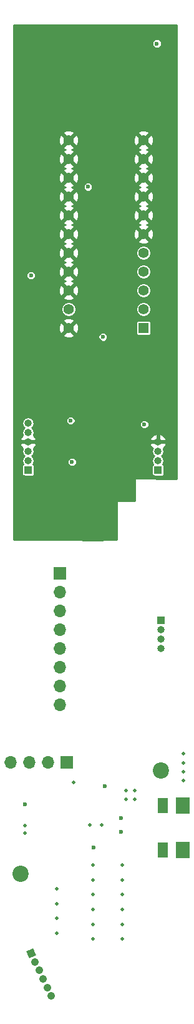
<source format=gbr>
G04 #@! TF.FileFunction,Copper,L3,Inr,Plane*
%FSLAX46Y46*%
G04 Gerber Fmt 4.6, Leading zero omitted, Abs format (unit mm)*
G04 Created by KiCad (PCBNEW 4.0.6-e0-6349~53~ubuntu16.04.1) date Thu Nov 23 18:30:10 2017*
%MOMM*%
%LPD*%
G01*
G04 APERTURE LIST*
%ADD10C,0.100000*%
%ADD11R,1.397000X1.397000*%
%ADD12C,1.397000*%
%ADD13C,0.500000*%
%ADD14C,1.000000*%
%ADD15C,2.000000*%
%ADD16R,1.700000X1.700000*%
%ADD17O,1.700000X1.700000*%
%ADD18R,1.000000X1.000000*%
%ADD19O,1.000000X1.000000*%
%ADD20C,2.200000*%
%ADD21R,1.450000X2.000000*%
%ADD22R,1.900000X2.300000*%
%ADD23C,0.600000*%
%ADD24C,0.254000*%
G04 APERTURE END LIST*
D10*
D11*
X123410000Y-59990000D03*
D12*
X123410000Y-57450000D03*
X123410000Y-54910000D03*
X123410000Y-52370000D03*
X123410000Y-49830000D03*
X123410000Y-47290000D03*
X123410000Y-44750000D03*
X123410000Y-42210000D03*
X123410000Y-39670000D03*
X123410000Y-37130000D03*
X123410000Y-34590000D03*
X113250000Y-34590000D03*
X113250000Y-37130000D03*
X113250000Y-39670000D03*
X113250000Y-42210000D03*
X113250000Y-44750000D03*
X113250000Y-47290000D03*
X113250000Y-49830000D03*
X113250000Y-52370000D03*
X113250000Y-54910000D03*
X113250000Y-57450000D03*
X113250000Y-59990000D03*
D13*
X117740000Y-127220000D03*
X128840000Y-121200000D03*
X128840000Y-120000000D03*
X128840000Y-118800000D03*
X128840000Y-117600000D03*
X113970000Y-121460000D03*
X122270000Y-123750000D03*
X121070000Y-123750000D03*
X122270000Y-122550000D03*
X121070000Y-122550000D03*
X111630000Y-141850000D03*
X111630000Y-139850000D03*
X111630000Y-137850000D03*
X111630000Y-135850000D03*
X120550000Y-142650000D03*
X116550000Y-142650000D03*
X120550000Y-140650000D03*
X116550000Y-140650000D03*
X120550000Y-138650000D03*
X116550000Y-138650000D03*
X120550000Y-136650000D03*
X116550000Y-136650000D03*
X120550000Y-134650000D03*
X116550000Y-134650000D03*
X120550000Y-132650000D03*
X116550000Y-132650000D03*
X107350000Y-128280000D03*
X107350000Y-127280000D03*
X126590000Y-73530000D03*
X126590000Y-72030000D03*
X126590000Y-70530000D03*
X126590000Y-69030000D03*
X126590000Y-67530000D03*
X126590000Y-66030000D03*
X126590000Y-64530000D03*
X126590000Y-63030000D03*
X119440000Y-61010000D03*
X119440000Y-59010000D03*
X119440000Y-57010000D03*
X119440000Y-55010000D03*
X119670000Y-65920000D03*
X118670000Y-65920000D03*
X117670000Y-65920000D03*
X120230000Y-76980000D03*
X119080000Y-76980000D03*
X117930000Y-76980000D03*
X116780000Y-76980000D03*
X120230000Y-75830000D03*
X119080000Y-75830000D03*
X117930000Y-75830000D03*
X116780000Y-75830000D03*
X120230000Y-74680000D03*
X119080000Y-74680000D03*
X117930000Y-74680000D03*
X116780000Y-74680000D03*
X120230000Y-73530000D03*
X119080000Y-73530000D03*
X117930000Y-73530000D03*
D10*
G36*
X107935476Y-145255303D02*
X107509697Y-144350476D01*
X108414524Y-143924697D01*
X108840303Y-144829524D01*
X107935476Y-145255303D01*
X107935476Y-145255303D01*
G37*
D14*
X108715740Y-145739130D02*
X108715740Y-145739130D01*
X109256479Y-146888261D02*
X109256479Y-146888261D01*
X109797219Y-148037391D02*
X109797219Y-148037391D01*
X110337959Y-149186521D02*
X110337959Y-149186521D01*
X110878699Y-150335652D02*
X110878699Y-150335652D01*
D13*
X127350000Y-79790000D03*
X123740000Y-79850000D03*
X121690000Y-82700000D03*
X121690000Y-81700000D03*
X121690000Y-80700000D03*
X116975000Y-83950000D03*
X115775000Y-83950000D03*
X114575000Y-83950000D03*
X113375000Y-83950000D03*
X112175000Y-83950000D03*
X110975000Y-83950000D03*
X109775000Y-83950000D03*
X108575000Y-83950000D03*
X118175000Y-87950000D03*
X117175000Y-87950000D03*
X116175000Y-87950000D03*
D15*
X118343743Y-69335858D03*
D13*
X115175000Y-87950000D03*
X114175000Y-87950000D03*
X113175000Y-87950000D03*
X112175000Y-87950000D03*
X111175000Y-87950000D03*
X110175000Y-87950000D03*
X109175000Y-87950000D03*
X108175000Y-87950000D03*
X107175000Y-87950000D03*
X106175000Y-87950000D03*
X106175000Y-86950000D03*
X106175000Y-85950000D03*
X106175000Y-84950000D03*
D16*
X112110000Y-93150000D03*
D17*
X112110000Y-95690000D03*
X112110000Y-98230000D03*
X112110000Y-100770000D03*
X112110000Y-103310000D03*
X112110000Y-105850000D03*
X112110000Y-108390000D03*
X112110000Y-110930000D03*
D18*
X125810000Y-99560000D03*
D19*
X125810000Y-100830000D03*
X125810000Y-102100000D03*
X125810000Y-103370000D03*
D20*
X118343743Y-22043858D03*
X106711973Y-133843201D03*
X125807736Y-119834648D03*
D18*
X125375000Y-79200000D03*
D19*
X125375000Y-77930000D03*
X125375000Y-76660000D03*
X125375000Y-75390000D03*
D18*
X107750000Y-79200000D03*
D19*
X107750000Y-77930000D03*
X107750000Y-76660000D03*
X107750000Y-75390000D03*
X107750000Y-74120000D03*
X107750000Y-72850000D03*
D21*
X126050000Y-124565000D03*
X126050000Y-130565000D03*
D22*
X128750000Y-124565000D03*
X128750000Y-130565000D03*
D16*
X113040000Y-118710000D03*
D17*
X110500000Y-118710000D03*
X107960000Y-118710000D03*
X105420000Y-118710000D03*
D13*
X116780000Y-73530000D03*
X116110000Y-127200000D03*
D23*
X116530000Y-46320000D03*
X107303760Y-124396200D03*
X123520000Y-71530000D03*
X114960000Y-69830000D03*
X113520000Y-71020000D03*
X112010000Y-73820000D03*
X114770000Y-81890000D03*
X113170000Y-80590000D03*
X123520000Y-73030000D03*
X113520000Y-72520000D03*
X117900000Y-61190000D03*
X115880000Y-40890000D03*
X108140000Y-52870000D03*
X125230000Y-21510000D03*
X113710000Y-78110000D03*
X118200000Y-121930000D03*
X116640000Y-130240000D03*
X120340000Y-126300000D03*
X120360000Y-128140000D03*
D24*
G36*
X127916743Y-80371693D02*
X122325538Y-80348001D01*
X122276086Y-80357797D01*
X122234341Y-80386062D01*
X122206882Y-80428340D01*
X122198004Y-80476058D01*
X122221937Y-83348000D01*
X119900000Y-83348000D01*
X119850590Y-83358006D01*
X119808965Y-83386447D01*
X119781685Y-83428841D01*
X119773000Y-83475000D01*
X119773000Y-88573000D01*
X118100000Y-88573000D01*
X117936594Y-88605503D01*
X117872993Y-88648000D01*
X115177007Y-88648000D01*
X115113406Y-88605503D01*
X114950000Y-88573000D01*
X105770743Y-88573000D01*
X105770743Y-75691874D01*
X106655881Y-75691874D01*
X106762873Y-75950209D01*
X107027721Y-76256762D01*
X106969750Y-76343521D01*
X106906798Y-76660000D01*
X106969750Y-76976479D01*
X107149021Y-77244777D01*
X107224185Y-77295000D01*
X107149021Y-77345223D01*
X106969750Y-77613521D01*
X106906798Y-77930000D01*
X106969750Y-78246479D01*
X107084360Y-78418005D01*
X107017526Y-78461012D01*
X106942862Y-78570286D01*
X106916594Y-78700000D01*
X106916594Y-79700000D01*
X106939395Y-79821179D01*
X107011012Y-79932474D01*
X107120286Y-80007138D01*
X107250000Y-80033406D01*
X108250000Y-80033406D01*
X108371179Y-80010605D01*
X108482474Y-79938988D01*
X108557138Y-79829714D01*
X108583406Y-79700000D01*
X108583406Y-78700000D01*
X108560605Y-78578821D01*
X108488988Y-78467526D01*
X108415913Y-78417596D01*
X108530250Y-78246479D01*
X108532698Y-78234171D01*
X113082891Y-78234171D01*
X113178145Y-78464703D01*
X113354369Y-78641235D01*
X113584735Y-78736891D01*
X113834171Y-78737109D01*
X114064703Y-78641855D01*
X114241235Y-78465631D01*
X114336891Y-78235265D01*
X114337109Y-77985829D01*
X114241855Y-77755297D01*
X114065631Y-77578765D01*
X113835265Y-77483109D01*
X113585829Y-77482891D01*
X113355297Y-77578145D01*
X113178765Y-77754369D01*
X113083109Y-77984735D01*
X113082891Y-78234171D01*
X108532698Y-78234171D01*
X108593202Y-77930000D01*
X108530250Y-77613521D01*
X108350979Y-77345223D01*
X108275815Y-77295000D01*
X108350979Y-77244777D01*
X108530250Y-76976479D01*
X108593202Y-76660000D01*
X108530250Y-76343521D01*
X108472279Y-76256762D01*
X108737127Y-75950209D01*
X108844119Y-75691874D01*
X124280881Y-75691874D01*
X124387873Y-75950209D01*
X124652721Y-76256762D01*
X124594750Y-76343521D01*
X124531798Y-76660000D01*
X124594750Y-76976479D01*
X124774021Y-77244777D01*
X124849185Y-77295000D01*
X124774021Y-77345223D01*
X124594750Y-77613521D01*
X124531798Y-77930000D01*
X124594750Y-78246479D01*
X124709360Y-78418005D01*
X124642526Y-78461012D01*
X124567862Y-78570286D01*
X124541594Y-78700000D01*
X124541594Y-79700000D01*
X124564395Y-79821179D01*
X124636012Y-79932474D01*
X124745286Y-80007138D01*
X124875000Y-80033406D01*
X125875000Y-80033406D01*
X125996179Y-80010605D01*
X126107474Y-79938988D01*
X126182138Y-79829714D01*
X126208406Y-79700000D01*
X126208406Y-78700000D01*
X126185605Y-78578821D01*
X126113988Y-78467526D01*
X126040913Y-78417596D01*
X126155250Y-78246479D01*
X126218202Y-77930000D01*
X126155250Y-77613521D01*
X125975979Y-77345223D01*
X125900815Y-77295000D01*
X125975979Y-77244777D01*
X126155250Y-76976479D01*
X126218202Y-76660000D01*
X126155250Y-76343521D01*
X126097279Y-76256762D01*
X126362127Y-75950209D01*
X126469119Y-75691874D01*
X126342954Y-75517000D01*
X125502000Y-75517000D01*
X125502000Y-75537000D01*
X125248000Y-75537000D01*
X125248000Y-75517000D01*
X124407046Y-75517000D01*
X124280881Y-75691874D01*
X108844119Y-75691874D01*
X108717954Y-75517000D01*
X107877000Y-75517000D01*
X107877000Y-75537000D01*
X107623000Y-75537000D01*
X107623000Y-75517000D01*
X106782046Y-75517000D01*
X106655881Y-75691874D01*
X105770743Y-75691874D01*
X105770743Y-75088126D01*
X106655881Y-75088126D01*
X106782046Y-75263000D01*
X107623000Y-75263000D01*
X107623000Y-75243000D01*
X107877000Y-75243000D01*
X107877000Y-75263000D01*
X108717954Y-75263000D01*
X108844119Y-75088126D01*
X124280881Y-75088126D01*
X124407046Y-75263000D01*
X125248000Y-75263000D01*
X125248000Y-74420865D01*
X125502000Y-74420865D01*
X125502000Y-75263000D01*
X126342954Y-75263000D01*
X126469119Y-75088126D01*
X126362127Y-74829791D01*
X126072604Y-74494677D01*
X125676877Y-74295868D01*
X125502000Y-74420865D01*
X125248000Y-74420865D01*
X125073123Y-74295868D01*
X124677396Y-74494677D01*
X124387873Y-74829791D01*
X124280881Y-75088126D01*
X108844119Y-75088126D01*
X108737127Y-74829791D01*
X108472279Y-74523238D01*
X108530250Y-74436479D01*
X108593202Y-74120000D01*
X108530250Y-73803521D01*
X108350979Y-73535223D01*
X108275815Y-73485000D01*
X108350979Y-73434777D01*
X108530250Y-73166479D01*
X108532698Y-73154171D01*
X122892891Y-73154171D01*
X122988145Y-73384703D01*
X123164369Y-73561235D01*
X123394735Y-73656891D01*
X123644171Y-73657109D01*
X123874703Y-73561855D01*
X124051235Y-73385631D01*
X124146891Y-73155265D01*
X124147109Y-72905829D01*
X124051855Y-72675297D01*
X123875631Y-72498765D01*
X123645265Y-72403109D01*
X123395829Y-72402891D01*
X123165297Y-72498145D01*
X122988765Y-72674369D01*
X122893109Y-72904735D01*
X122892891Y-73154171D01*
X108532698Y-73154171D01*
X108593202Y-72850000D01*
X108552260Y-72644171D01*
X112892891Y-72644171D01*
X112988145Y-72874703D01*
X113164369Y-73051235D01*
X113394735Y-73146891D01*
X113644171Y-73147109D01*
X113874703Y-73051855D01*
X114051235Y-72875631D01*
X114146891Y-72645265D01*
X114147109Y-72395829D01*
X114051855Y-72165297D01*
X113875631Y-71988765D01*
X113645265Y-71893109D01*
X113395829Y-71892891D01*
X113165297Y-71988145D01*
X112988765Y-72164369D01*
X112893109Y-72394735D01*
X112892891Y-72644171D01*
X108552260Y-72644171D01*
X108530250Y-72533521D01*
X108350979Y-72265223D01*
X108082681Y-72085952D01*
X107766202Y-72023000D01*
X107733798Y-72023000D01*
X107417319Y-72085952D01*
X107149021Y-72265223D01*
X106969750Y-72533521D01*
X106906798Y-72850000D01*
X106969750Y-73166479D01*
X107149021Y-73434777D01*
X107224185Y-73485000D01*
X107149021Y-73535223D01*
X106969750Y-73803521D01*
X106906798Y-74120000D01*
X106969750Y-74436479D01*
X107027721Y-74523238D01*
X106762873Y-74829791D01*
X106655881Y-75088126D01*
X105770743Y-75088126D01*
X105770743Y-60924188D01*
X112495417Y-60924188D01*
X112557071Y-61159800D01*
X113057480Y-61335927D01*
X113457930Y-61314171D01*
X117272891Y-61314171D01*
X117368145Y-61544703D01*
X117544369Y-61721235D01*
X117774735Y-61816891D01*
X118024171Y-61817109D01*
X118254703Y-61721855D01*
X118431235Y-61545631D01*
X118526891Y-61315265D01*
X118527109Y-61065829D01*
X118431855Y-60835297D01*
X118255631Y-60658765D01*
X118025265Y-60563109D01*
X117775829Y-60562891D01*
X117545297Y-60658145D01*
X117368765Y-60834369D01*
X117273109Y-61064735D01*
X117272891Y-61314171D01*
X113457930Y-61314171D01*
X113587199Y-61307148D01*
X113942929Y-61159800D01*
X114004583Y-60924188D01*
X113250000Y-60169605D01*
X112495417Y-60924188D01*
X105770743Y-60924188D01*
X105770743Y-59797480D01*
X111904073Y-59797480D01*
X111932852Y-60327199D01*
X112080200Y-60682929D01*
X112315812Y-60744583D01*
X113070395Y-59990000D01*
X113429605Y-59990000D01*
X114184188Y-60744583D01*
X114419800Y-60682929D01*
X114595927Y-60182520D01*
X114567148Y-59652801D01*
X114419800Y-59297071D01*
X114398511Y-59291500D01*
X122378094Y-59291500D01*
X122378094Y-60688500D01*
X122400895Y-60809679D01*
X122472512Y-60920974D01*
X122581786Y-60995638D01*
X122711500Y-61021906D01*
X124108500Y-61021906D01*
X124229679Y-60999105D01*
X124340974Y-60927488D01*
X124415638Y-60818214D01*
X124441906Y-60688500D01*
X124441906Y-59291500D01*
X124419105Y-59170321D01*
X124347488Y-59059026D01*
X124238214Y-58984362D01*
X124108500Y-58958094D01*
X122711500Y-58958094D01*
X122590321Y-58980895D01*
X122479026Y-59052512D01*
X122404362Y-59161786D01*
X122378094Y-59291500D01*
X114398511Y-59291500D01*
X114184188Y-59235417D01*
X113429605Y-59990000D01*
X113070395Y-59990000D01*
X112315812Y-59235417D01*
X112080200Y-59297071D01*
X111904073Y-59797480D01*
X105770743Y-59797480D01*
X105770743Y-59055812D01*
X112495417Y-59055812D01*
X113250000Y-59810395D01*
X114004583Y-59055812D01*
X113942929Y-58820200D01*
X113442520Y-58644073D01*
X112912801Y-58672852D01*
X112557071Y-58820200D01*
X112495417Y-59055812D01*
X105770743Y-59055812D01*
X105770743Y-57653090D01*
X112224322Y-57653090D01*
X112380116Y-58030140D01*
X112668342Y-58318870D01*
X113045120Y-58475322D01*
X113453090Y-58475678D01*
X113830140Y-58319884D01*
X114118870Y-58031658D01*
X114275322Y-57654880D01*
X114275323Y-57653090D01*
X122384322Y-57653090D01*
X122540116Y-58030140D01*
X122828342Y-58318870D01*
X123205120Y-58475322D01*
X123613090Y-58475678D01*
X123990140Y-58319884D01*
X124278870Y-58031658D01*
X124435322Y-57654880D01*
X124435678Y-57246910D01*
X124279884Y-56869860D01*
X123991658Y-56581130D01*
X123614880Y-56424678D01*
X123206910Y-56424322D01*
X122829860Y-56580116D01*
X122541130Y-56868342D01*
X122384678Y-57245120D01*
X122384322Y-57653090D01*
X114275323Y-57653090D01*
X114275678Y-57246910D01*
X114119884Y-56869860D01*
X113831658Y-56581130D01*
X113454880Y-56424678D01*
X113046910Y-56424322D01*
X112669860Y-56580116D01*
X112381130Y-56868342D01*
X112224678Y-57245120D01*
X112224322Y-57653090D01*
X105770743Y-57653090D01*
X105770743Y-55844188D01*
X112495417Y-55844188D01*
X112557071Y-56079800D01*
X113057480Y-56255927D01*
X113587199Y-56227148D01*
X113942929Y-56079800D01*
X114004583Y-55844188D01*
X113250000Y-55089605D01*
X112495417Y-55844188D01*
X105770743Y-55844188D01*
X105770743Y-54717480D01*
X111904073Y-54717480D01*
X111932852Y-55247199D01*
X112080200Y-55602929D01*
X112315812Y-55664583D01*
X113070395Y-54910000D01*
X113429605Y-54910000D01*
X114184188Y-55664583D01*
X114419800Y-55602929D01*
X114592206Y-55113090D01*
X122384322Y-55113090D01*
X122540116Y-55490140D01*
X122828342Y-55778870D01*
X123205120Y-55935322D01*
X123613090Y-55935678D01*
X123990140Y-55779884D01*
X124278870Y-55491658D01*
X124435322Y-55114880D01*
X124435678Y-54706910D01*
X124279884Y-54329860D01*
X123991658Y-54041130D01*
X123614880Y-53884678D01*
X123206910Y-53884322D01*
X122829860Y-54040116D01*
X122541130Y-54328342D01*
X122384678Y-54705120D01*
X122384322Y-55113090D01*
X114592206Y-55113090D01*
X114595927Y-55102520D01*
X114567148Y-54572801D01*
X114419800Y-54217071D01*
X114184188Y-54155417D01*
X113429605Y-54910000D01*
X113070395Y-54910000D01*
X112315812Y-54155417D01*
X112080200Y-54217071D01*
X111904073Y-54717480D01*
X105770743Y-54717480D01*
X105770743Y-52994171D01*
X107512891Y-52994171D01*
X107608145Y-53224703D01*
X107784369Y-53401235D01*
X108014735Y-53496891D01*
X108264171Y-53497109D01*
X108494703Y-53401855D01*
X108592540Y-53304188D01*
X112495417Y-53304188D01*
X112557071Y-53539800D01*
X112818629Y-53631859D01*
X112557071Y-53740200D01*
X112495417Y-53975812D01*
X113250000Y-54730395D01*
X114004583Y-53975812D01*
X113942929Y-53740200D01*
X113681371Y-53648141D01*
X113942929Y-53539800D01*
X114004583Y-53304188D01*
X113250000Y-52549605D01*
X112495417Y-53304188D01*
X108592540Y-53304188D01*
X108671235Y-53225631D01*
X108766891Y-52995265D01*
X108767109Y-52745829D01*
X108671855Y-52515297D01*
X108495631Y-52338765D01*
X108265265Y-52243109D01*
X108015829Y-52242891D01*
X107785297Y-52338145D01*
X107608765Y-52514369D01*
X107513109Y-52744735D01*
X107512891Y-52994171D01*
X105770743Y-52994171D01*
X105770743Y-52177480D01*
X111904073Y-52177480D01*
X111932852Y-52707199D01*
X112080200Y-53062929D01*
X112315812Y-53124583D01*
X113070395Y-52370000D01*
X113429605Y-52370000D01*
X114184188Y-53124583D01*
X114419800Y-53062929D01*
X114592206Y-52573090D01*
X122384322Y-52573090D01*
X122540116Y-52950140D01*
X122828342Y-53238870D01*
X123205120Y-53395322D01*
X123613090Y-53395678D01*
X123990140Y-53239884D01*
X124278870Y-52951658D01*
X124435322Y-52574880D01*
X124435678Y-52166910D01*
X124279884Y-51789860D01*
X123991658Y-51501130D01*
X123614880Y-51344678D01*
X123206910Y-51344322D01*
X122829860Y-51500116D01*
X122541130Y-51788342D01*
X122384678Y-52165120D01*
X122384322Y-52573090D01*
X114592206Y-52573090D01*
X114595927Y-52562520D01*
X114567148Y-52032801D01*
X114419800Y-51677071D01*
X114184188Y-51615417D01*
X113429605Y-52370000D01*
X113070395Y-52370000D01*
X112315812Y-51615417D01*
X112080200Y-51677071D01*
X111904073Y-52177480D01*
X105770743Y-52177480D01*
X105770743Y-50764188D01*
X112495417Y-50764188D01*
X112557071Y-50999800D01*
X112818629Y-51091859D01*
X112557071Y-51200200D01*
X112495417Y-51435812D01*
X113250000Y-52190395D01*
X114004583Y-51435812D01*
X113942929Y-51200200D01*
X113681371Y-51108141D01*
X113942929Y-50999800D01*
X114004583Y-50764188D01*
X113250000Y-50009605D01*
X112495417Y-50764188D01*
X105770743Y-50764188D01*
X105770743Y-49637480D01*
X111904073Y-49637480D01*
X111932852Y-50167199D01*
X112080200Y-50522929D01*
X112315812Y-50584583D01*
X113070395Y-49830000D01*
X113429605Y-49830000D01*
X114184188Y-50584583D01*
X114419800Y-50522929D01*
X114592206Y-50033090D01*
X122384322Y-50033090D01*
X122540116Y-50410140D01*
X122828342Y-50698870D01*
X123205120Y-50855322D01*
X123613090Y-50855678D01*
X123990140Y-50699884D01*
X124278870Y-50411658D01*
X124435322Y-50034880D01*
X124435678Y-49626910D01*
X124279884Y-49249860D01*
X123991658Y-48961130D01*
X123614880Y-48804678D01*
X123206910Y-48804322D01*
X122829860Y-48960116D01*
X122541130Y-49248342D01*
X122384678Y-49625120D01*
X122384322Y-50033090D01*
X114592206Y-50033090D01*
X114595927Y-50022520D01*
X114567148Y-49492801D01*
X114419800Y-49137071D01*
X114184188Y-49075417D01*
X113429605Y-49830000D01*
X113070395Y-49830000D01*
X112315812Y-49075417D01*
X112080200Y-49137071D01*
X111904073Y-49637480D01*
X105770743Y-49637480D01*
X105770743Y-48224188D01*
X112495417Y-48224188D01*
X112557071Y-48459800D01*
X112818629Y-48551859D01*
X112557071Y-48660200D01*
X112495417Y-48895812D01*
X113250000Y-49650395D01*
X114004583Y-48895812D01*
X113942929Y-48660200D01*
X113681371Y-48568141D01*
X113942929Y-48459800D01*
X114004583Y-48224188D01*
X122655417Y-48224188D01*
X122717071Y-48459800D01*
X123217480Y-48635927D01*
X123747199Y-48607148D01*
X124102929Y-48459800D01*
X124164583Y-48224188D01*
X123410000Y-47469605D01*
X122655417Y-48224188D01*
X114004583Y-48224188D01*
X113250000Y-47469605D01*
X112495417Y-48224188D01*
X105770743Y-48224188D01*
X105770743Y-47097480D01*
X111904073Y-47097480D01*
X111932852Y-47627199D01*
X112080200Y-47982929D01*
X112315812Y-48044583D01*
X113070395Y-47290000D01*
X113429605Y-47290000D01*
X114184188Y-48044583D01*
X114419800Y-47982929D01*
X114595927Y-47482520D01*
X114575009Y-47097480D01*
X122064073Y-47097480D01*
X122092852Y-47627199D01*
X122240200Y-47982929D01*
X122475812Y-48044583D01*
X123230395Y-47290000D01*
X123589605Y-47290000D01*
X124344188Y-48044583D01*
X124579800Y-47982929D01*
X124755927Y-47482520D01*
X124727148Y-46952801D01*
X124579800Y-46597071D01*
X124344188Y-46535417D01*
X123589605Y-47290000D01*
X123230395Y-47290000D01*
X122475812Y-46535417D01*
X122240200Y-46597071D01*
X122064073Y-47097480D01*
X114575009Y-47097480D01*
X114567148Y-46952801D01*
X114419800Y-46597071D01*
X114184188Y-46535417D01*
X113429605Y-47290000D01*
X113070395Y-47290000D01*
X112315812Y-46535417D01*
X112080200Y-46597071D01*
X111904073Y-47097480D01*
X105770743Y-47097480D01*
X105770743Y-45684188D01*
X112495417Y-45684188D01*
X112557071Y-45919800D01*
X112818629Y-46011859D01*
X112557071Y-46120200D01*
X112495417Y-46355812D01*
X113250000Y-47110395D01*
X114004583Y-46355812D01*
X113942929Y-46120200D01*
X113681371Y-46028141D01*
X113942929Y-45919800D01*
X114004583Y-45684188D01*
X122655417Y-45684188D01*
X122717071Y-45919800D01*
X122978629Y-46011859D01*
X122717071Y-46120200D01*
X122655417Y-46355812D01*
X123410000Y-47110395D01*
X124164583Y-46355812D01*
X124102929Y-46120200D01*
X123841371Y-46028141D01*
X124102929Y-45919800D01*
X124164583Y-45684188D01*
X123410000Y-44929605D01*
X122655417Y-45684188D01*
X114004583Y-45684188D01*
X113250000Y-44929605D01*
X112495417Y-45684188D01*
X105770743Y-45684188D01*
X105770743Y-44557480D01*
X111904073Y-44557480D01*
X111932852Y-45087199D01*
X112080200Y-45442929D01*
X112315812Y-45504583D01*
X113070395Y-44750000D01*
X113429605Y-44750000D01*
X114184188Y-45504583D01*
X114419800Y-45442929D01*
X114595927Y-44942520D01*
X114575009Y-44557480D01*
X122064073Y-44557480D01*
X122092852Y-45087199D01*
X122240200Y-45442929D01*
X122475812Y-45504583D01*
X123230395Y-44750000D01*
X123589605Y-44750000D01*
X124344188Y-45504583D01*
X124579800Y-45442929D01*
X124755927Y-44942520D01*
X124727148Y-44412801D01*
X124579800Y-44057071D01*
X124344188Y-43995417D01*
X123589605Y-44750000D01*
X123230395Y-44750000D01*
X122475812Y-43995417D01*
X122240200Y-44057071D01*
X122064073Y-44557480D01*
X114575009Y-44557480D01*
X114567148Y-44412801D01*
X114419800Y-44057071D01*
X114184188Y-43995417D01*
X113429605Y-44750000D01*
X113070395Y-44750000D01*
X112315812Y-43995417D01*
X112080200Y-44057071D01*
X111904073Y-44557480D01*
X105770743Y-44557480D01*
X105770743Y-43144188D01*
X112495417Y-43144188D01*
X112557071Y-43379800D01*
X112818629Y-43471859D01*
X112557071Y-43580200D01*
X112495417Y-43815812D01*
X113250000Y-44570395D01*
X114004583Y-43815812D01*
X113942929Y-43580200D01*
X113681371Y-43488141D01*
X113942929Y-43379800D01*
X114004583Y-43144188D01*
X122655417Y-43144188D01*
X122717071Y-43379800D01*
X122978629Y-43471859D01*
X122717071Y-43580200D01*
X122655417Y-43815812D01*
X123410000Y-44570395D01*
X124164583Y-43815812D01*
X124102929Y-43580200D01*
X123841371Y-43488141D01*
X124102929Y-43379800D01*
X124164583Y-43144188D01*
X123410000Y-42389605D01*
X122655417Y-43144188D01*
X114004583Y-43144188D01*
X113250000Y-42389605D01*
X112495417Y-43144188D01*
X105770743Y-43144188D01*
X105770743Y-42017480D01*
X111904073Y-42017480D01*
X111932852Y-42547199D01*
X112080200Y-42902929D01*
X112315812Y-42964583D01*
X113070395Y-42210000D01*
X113429605Y-42210000D01*
X114184188Y-42964583D01*
X114419800Y-42902929D01*
X114595927Y-42402520D01*
X114575009Y-42017480D01*
X122064073Y-42017480D01*
X122092852Y-42547199D01*
X122240200Y-42902929D01*
X122475812Y-42964583D01*
X123230395Y-42210000D01*
X123589605Y-42210000D01*
X124344188Y-42964583D01*
X124579800Y-42902929D01*
X124755927Y-42402520D01*
X124727148Y-41872801D01*
X124579800Y-41517071D01*
X124344188Y-41455417D01*
X123589605Y-42210000D01*
X123230395Y-42210000D01*
X122475812Y-41455417D01*
X122240200Y-41517071D01*
X122064073Y-42017480D01*
X114575009Y-42017480D01*
X114567148Y-41872801D01*
X114419800Y-41517071D01*
X114184188Y-41455417D01*
X113429605Y-42210000D01*
X113070395Y-42210000D01*
X112315812Y-41455417D01*
X112080200Y-41517071D01*
X111904073Y-42017480D01*
X105770743Y-42017480D01*
X105770743Y-40604188D01*
X112495417Y-40604188D01*
X112557071Y-40839800D01*
X112818629Y-40931859D01*
X112557071Y-41040200D01*
X112495417Y-41275812D01*
X113250000Y-42030395D01*
X114004583Y-41275812D01*
X113942929Y-41040200D01*
X113868976Y-41014171D01*
X115252891Y-41014171D01*
X115348145Y-41244703D01*
X115524369Y-41421235D01*
X115754735Y-41516891D01*
X116004171Y-41517109D01*
X116234703Y-41421855D01*
X116411235Y-41245631D01*
X116506891Y-41015265D01*
X116507109Y-40765829D01*
X116440321Y-40604188D01*
X122655417Y-40604188D01*
X122717071Y-40839800D01*
X122978629Y-40931859D01*
X122717071Y-41040200D01*
X122655417Y-41275812D01*
X123410000Y-42030395D01*
X124164583Y-41275812D01*
X124102929Y-41040200D01*
X123841371Y-40948141D01*
X124102929Y-40839800D01*
X124164583Y-40604188D01*
X123410000Y-39849605D01*
X122655417Y-40604188D01*
X116440321Y-40604188D01*
X116411855Y-40535297D01*
X116235631Y-40358765D01*
X116005265Y-40263109D01*
X115755829Y-40262891D01*
X115525297Y-40358145D01*
X115348765Y-40534369D01*
X115253109Y-40764735D01*
X115252891Y-41014171D01*
X113868976Y-41014171D01*
X113681371Y-40948141D01*
X113942929Y-40839800D01*
X114004583Y-40604188D01*
X113250000Y-39849605D01*
X112495417Y-40604188D01*
X105770743Y-40604188D01*
X105770743Y-39477480D01*
X111904073Y-39477480D01*
X111932852Y-40007199D01*
X112080200Y-40362929D01*
X112315812Y-40424583D01*
X113070395Y-39670000D01*
X113429605Y-39670000D01*
X114184188Y-40424583D01*
X114419800Y-40362929D01*
X114595927Y-39862520D01*
X114575009Y-39477480D01*
X122064073Y-39477480D01*
X122092852Y-40007199D01*
X122240200Y-40362929D01*
X122475812Y-40424583D01*
X123230395Y-39670000D01*
X123589605Y-39670000D01*
X124344188Y-40424583D01*
X124579800Y-40362929D01*
X124755927Y-39862520D01*
X124727148Y-39332801D01*
X124579800Y-38977071D01*
X124344188Y-38915417D01*
X123589605Y-39670000D01*
X123230395Y-39670000D01*
X122475812Y-38915417D01*
X122240200Y-38977071D01*
X122064073Y-39477480D01*
X114575009Y-39477480D01*
X114567148Y-39332801D01*
X114419800Y-38977071D01*
X114184188Y-38915417D01*
X113429605Y-39670000D01*
X113070395Y-39670000D01*
X112315812Y-38915417D01*
X112080200Y-38977071D01*
X111904073Y-39477480D01*
X105770743Y-39477480D01*
X105770743Y-38064188D01*
X112495417Y-38064188D01*
X112557071Y-38299800D01*
X112818629Y-38391859D01*
X112557071Y-38500200D01*
X112495417Y-38735812D01*
X113250000Y-39490395D01*
X114004583Y-38735812D01*
X113942929Y-38500200D01*
X113681371Y-38408141D01*
X113942929Y-38299800D01*
X114004583Y-38064188D01*
X122655417Y-38064188D01*
X122717071Y-38299800D01*
X122978629Y-38391859D01*
X122717071Y-38500200D01*
X122655417Y-38735812D01*
X123410000Y-39490395D01*
X124164583Y-38735812D01*
X124102929Y-38500200D01*
X123841371Y-38408141D01*
X124102929Y-38299800D01*
X124164583Y-38064188D01*
X123410000Y-37309605D01*
X122655417Y-38064188D01*
X114004583Y-38064188D01*
X113250000Y-37309605D01*
X112495417Y-38064188D01*
X105770743Y-38064188D01*
X105770743Y-36937480D01*
X111904073Y-36937480D01*
X111932852Y-37467199D01*
X112080200Y-37822929D01*
X112315812Y-37884583D01*
X113070395Y-37130000D01*
X113429605Y-37130000D01*
X114184188Y-37884583D01*
X114419800Y-37822929D01*
X114595927Y-37322520D01*
X114575009Y-36937480D01*
X122064073Y-36937480D01*
X122092852Y-37467199D01*
X122240200Y-37822929D01*
X122475812Y-37884583D01*
X123230395Y-37130000D01*
X123589605Y-37130000D01*
X124344188Y-37884583D01*
X124579800Y-37822929D01*
X124755927Y-37322520D01*
X124727148Y-36792801D01*
X124579800Y-36437071D01*
X124344188Y-36375417D01*
X123589605Y-37130000D01*
X123230395Y-37130000D01*
X122475812Y-36375417D01*
X122240200Y-36437071D01*
X122064073Y-36937480D01*
X114575009Y-36937480D01*
X114567148Y-36792801D01*
X114419800Y-36437071D01*
X114184188Y-36375417D01*
X113429605Y-37130000D01*
X113070395Y-37130000D01*
X112315812Y-36375417D01*
X112080200Y-36437071D01*
X111904073Y-36937480D01*
X105770743Y-36937480D01*
X105770743Y-35524188D01*
X112495417Y-35524188D01*
X112557071Y-35759800D01*
X112818629Y-35851859D01*
X112557071Y-35960200D01*
X112495417Y-36195812D01*
X113250000Y-36950395D01*
X114004583Y-36195812D01*
X113942929Y-35960200D01*
X113681371Y-35868141D01*
X113942929Y-35759800D01*
X114004583Y-35524188D01*
X122655417Y-35524188D01*
X122717071Y-35759800D01*
X122978629Y-35851859D01*
X122717071Y-35960200D01*
X122655417Y-36195812D01*
X123410000Y-36950395D01*
X124164583Y-36195812D01*
X124102929Y-35960200D01*
X123841371Y-35868141D01*
X124102929Y-35759800D01*
X124164583Y-35524188D01*
X123410000Y-34769605D01*
X122655417Y-35524188D01*
X114004583Y-35524188D01*
X113250000Y-34769605D01*
X112495417Y-35524188D01*
X105770743Y-35524188D01*
X105770743Y-34397480D01*
X111904073Y-34397480D01*
X111932852Y-34927199D01*
X112080200Y-35282929D01*
X112315812Y-35344583D01*
X113070395Y-34590000D01*
X113429605Y-34590000D01*
X114184188Y-35344583D01*
X114419800Y-35282929D01*
X114595927Y-34782520D01*
X114575009Y-34397480D01*
X122064073Y-34397480D01*
X122092852Y-34927199D01*
X122240200Y-35282929D01*
X122475812Y-35344583D01*
X123230395Y-34590000D01*
X123589605Y-34590000D01*
X124344188Y-35344583D01*
X124579800Y-35282929D01*
X124755927Y-34782520D01*
X124727148Y-34252801D01*
X124579800Y-33897071D01*
X124344188Y-33835417D01*
X123589605Y-34590000D01*
X123230395Y-34590000D01*
X122475812Y-33835417D01*
X122240200Y-33897071D01*
X122064073Y-34397480D01*
X114575009Y-34397480D01*
X114567148Y-34252801D01*
X114419800Y-33897071D01*
X114184188Y-33835417D01*
X113429605Y-34590000D01*
X113070395Y-34590000D01*
X112315812Y-33835417D01*
X112080200Y-33897071D01*
X111904073Y-34397480D01*
X105770743Y-34397480D01*
X105770743Y-33655812D01*
X112495417Y-33655812D01*
X113250000Y-34410395D01*
X114004583Y-33655812D01*
X122655417Y-33655812D01*
X123410000Y-34410395D01*
X124164583Y-33655812D01*
X124102929Y-33420200D01*
X123602520Y-33244073D01*
X123072801Y-33272852D01*
X122717071Y-33420200D01*
X122655417Y-33655812D01*
X114004583Y-33655812D01*
X113942929Y-33420200D01*
X113442520Y-33244073D01*
X112912801Y-33272852D01*
X112557071Y-33420200D01*
X112495417Y-33655812D01*
X105770743Y-33655812D01*
X105770743Y-21634171D01*
X124602891Y-21634171D01*
X124698145Y-21864703D01*
X124874369Y-22041235D01*
X125104735Y-22136891D01*
X125354171Y-22137109D01*
X125584703Y-22041855D01*
X125761235Y-21865631D01*
X125856891Y-21635265D01*
X125857109Y-21385829D01*
X125761855Y-21155297D01*
X125585631Y-20978765D01*
X125355265Y-20883109D01*
X125105829Y-20882891D01*
X124875297Y-20978145D01*
X124698765Y-21154369D01*
X124603109Y-21384735D01*
X124602891Y-21634171D01*
X105770743Y-21634171D01*
X105770743Y-19009837D01*
X127916743Y-19009837D01*
X127916743Y-80371693D01*
X127916743Y-80371693D01*
G37*
X127916743Y-80371693D02*
X122325538Y-80348001D01*
X122276086Y-80357797D01*
X122234341Y-80386062D01*
X122206882Y-80428340D01*
X122198004Y-80476058D01*
X122221937Y-83348000D01*
X119900000Y-83348000D01*
X119850590Y-83358006D01*
X119808965Y-83386447D01*
X119781685Y-83428841D01*
X119773000Y-83475000D01*
X119773000Y-88573000D01*
X118100000Y-88573000D01*
X117936594Y-88605503D01*
X117872993Y-88648000D01*
X115177007Y-88648000D01*
X115113406Y-88605503D01*
X114950000Y-88573000D01*
X105770743Y-88573000D01*
X105770743Y-75691874D01*
X106655881Y-75691874D01*
X106762873Y-75950209D01*
X107027721Y-76256762D01*
X106969750Y-76343521D01*
X106906798Y-76660000D01*
X106969750Y-76976479D01*
X107149021Y-77244777D01*
X107224185Y-77295000D01*
X107149021Y-77345223D01*
X106969750Y-77613521D01*
X106906798Y-77930000D01*
X106969750Y-78246479D01*
X107084360Y-78418005D01*
X107017526Y-78461012D01*
X106942862Y-78570286D01*
X106916594Y-78700000D01*
X106916594Y-79700000D01*
X106939395Y-79821179D01*
X107011012Y-79932474D01*
X107120286Y-80007138D01*
X107250000Y-80033406D01*
X108250000Y-80033406D01*
X108371179Y-80010605D01*
X108482474Y-79938988D01*
X108557138Y-79829714D01*
X108583406Y-79700000D01*
X108583406Y-78700000D01*
X108560605Y-78578821D01*
X108488988Y-78467526D01*
X108415913Y-78417596D01*
X108530250Y-78246479D01*
X108532698Y-78234171D01*
X113082891Y-78234171D01*
X113178145Y-78464703D01*
X113354369Y-78641235D01*
X113584735Y-78736891D01*
X113834171Y-78737109D01*
X114064703Y-78641855D01*
X114241235Y-78465631D01*
X114336891Y-78235265D01*
X114337109Y-77985829D01*
X114241855Y-77755297D01*
X114065631Y-77578765D01*
X113835265Y-77483109D01*
X113585829Y-77482891D01*
X113355297Y-77578145D01*
X113178765Y-77754369D01*
X113083109Y-77984735D01*
X113082891Y-78234171D01*
X108532698Y-78234171D01*
X108593202Y-77930000D01*
X108530250Y-77613521D01*
X108350979Y-77345223D01*
X108275815Y-77295000D01*
X108350979Y-77244777D01*
X108530250Y-76976479D01*
X108593202Y-76660000D01*
X108530250Y-76343521D01*
X108472279Y-76256762D01*
X108737127Y-75950209D01*
X108844119Y-75691874D01*
X124280881Y-75691874D01*
X124387873Y-75950209D01*
X124652721Y-76256762D01*
X124594750Y-76343521D01*
X124531798Y-76660000D01*
X124594750Y-76976479D01*
X124774021Y-77244777D01*
X124849185Y-77295000D01*
X124774021Y-77345223D01*
X124594750Y-77613521D01*
X124531798Y-77930000D01*
X124594750Y-78246479D01*
X124709360Y-78418005D01*
X124642526Y-78461012D01*
X124567862Y-78570286D01*
X124541594Y-78700000D01*
X124541594Y-79700000D01*
X124564395Y-79821179D01*
X124636012Y-79932474D01*
X124745286Y-80007138D01*
X124875000Y-80033406D01*
X125875000Y-80033406D01*
X125996179Y-80010605D01*
X126107474Y-79938988D01*
X126182138Y-79829714D01*
X126208406Y-79700000D01*
X126208406Y-78700000D01*
X126185605Y-78578821D01*
X126113988Y-78467526D01*
X126040913Y-78417596D01*
X126155250Y-78246479D01*
X126218202Y-77930000D01*
X126155250Y-77613521D01*
X125975979Y-77345223D01*
X125900815Y-77295000D01*
X125975979Y-77244777D01*
X126155250Y-76976479D01*
X126218202Y-76660000D01*
X126155250Y-76343521D01*
X126097279Y-76256762D01*
X126362127Y-75950209D01*
X126469119Y-75691874D01*
X126342954Y-75517000D01*
X125502000Y-75517000D01*
X125502000Y-75537000D01*
X125248000Y-75537000D01*
X125248000Y-75517000D01*
X124407046Y-75517000D01*
X124280881Y-75691874D01*
X108844119Y-75691874D01*
X108717954Y-75517000D01*
X107877000Y-75517000D01*
X107877000Y-75537000D01*
X107623000Y-75537000D01*
X107623000Y-75517000D01*
X106782046Y-75517000D01*
X106655881Y-75691874D01*
X105770743Y-75691874D01*
X105770743Y-75088126D01*
X106655881Y-75088126D01*
X106782046Y-75263000D01*
X107623000Y-75263000D01*
X107623000Y-75243000D01*
X107877000Y-75243000D01*
X107877000Y-75263000D01*
X108717954Y-75263000D01*
X108844119Y-75088126D01*
X124280881Y-75088126D01*
X124407046Y-75263000D01*
X125248000Y-75263000D01*
X125248000Y-74420865D01*
X125502000Y-74420865D01*
X125502000Y-75263000D01*
X126342954Y-75263000D01*
X126469119Y-75088126D01*
X126362127Y-74829791D01*
X126072604Y-74494677D01*
X125676877Y-74295868D01*
X125502000Y-74420865D01*
X125248000Y-74420865D01*
X125073123Y-74295868D01*
X124677396Y-74494677D01*
X124387873Y-74829791D01*
X124280881Y-75088126D01*
X108844119Y-75088126D01*
X108737127Y-74829791D01*
X108472279Y-74523238D01*
X108530250Y-74436479D01*
X108593202Y-74120000D01*
X108530250Y-73803521D01*
X108350979Y-73535223D01*
X108275815Y-73485000D01*
X108350979Y-73434777D01*
X108530250Y-73166479D01*
X108532698Y-73154171D01*
X122892891Y-73154171D01*
X122988145Y-73384703D01*
X123164369Y-73561235D01*
X123394735Y-73656891D01*
X123644171Y-73657109D01*
X123874703Y-73561855D01*
X124051235Y-73385631D01*
X124146891Y-73155265D01*
X124147109Y-72905829D01*
X124051855Y-72675297D01*
X123875631Y-72498765D01*
X123645265Y-72403109D01*
X123395829Y-72402891D01*
X123165297Y-72498145D01*
X122988765Y-72674369D01*
X122893109Y-72904735D01*
X122892891Y-73154171D01*
X108532698Y-73154171D01*
X108593202Y-72850000D01*
X108552260Y-72644171D01*
X112892891Y-72644171D01*
X112988145Y-72874703D01*
X113164369Y-73051235D01*
X113394735Y-73146891D01*
X113644171Y-73147109D01*
X113874703Y-73051855D01*
X114051235Y-72875631D01*
X114146891Y-72645265D01*
X114147109Y-72395829D01*
X114051855Y-72165297D01*
X113875631Y-71988765D01*
X113645265Y-71893109D01*
X113395829Y-71892891D01*
X113165297Y-71988145D01*
X112988765Y-72164369D01*
X112893109Y-72394735D01*
X112892891Y-72644171D01*
X108552260Y-72644171D01*
X108530250Y-72533521D01*
X108350979Y-72265223D01*
X108082681Y-72085952D01*
X107766202Y-72023000D01*
X107733798Y-72023000D01*
X107417319Y-72085952D01*
X107149021Y-72265223D01*
X106969750Y-72533521D01*
X106906798Y-72850000D01*
X106969750Y-73166479D01*
X107149021Y-73434777D01*
X107224185Y-73485000D01*
X107149021Y-73535223D01*
X106969750Y-73803521D01*
X106906798Y-74120000D01*
X106969750Y-74436479D01*
X107027721Y-74523238D01*
X106762873Y-74829791D01*
X106655881Y-75088126D01*
X105770743Y-75088126D01*
X105770743Y-60924188D01*
X112495417Y-60924188D01*
X112557071Y-61159800D01*
X113057480Y-61335927D01*
X113457930Y-61314171D01*
X117272891Y-61314171D01*
X117368145Y-61544703D01*
X117544369Y-61721235D01*
X117774735Y-61816891D01*
X118024171Y-61817109D01*
X118254703Y-61721855D01*
X118431235Y-61545631D01*
X118526891Y-61315265D01*
X118527109Y-61065829D01*
X118431855Y-60835297D01*
X118255631Y-60658765D01*
X118025265Y-60563109D01*
X117775829Y-60562891D01*
X117545297Y-60658145D01*
X117368765Y-60834369D01*
X117273109Y-61064735D01*
X117272891Y-61314171D01*
X113457930Y-61314171D01*
X113587199Y-61307148D01*
X113942929Y-61159800D01*
X114004583Y-60924188D01*
X113250000Y-60169605D01*
X112495417Y-60924188D01*
X105770743Y-60924188D01*
X105770743Y-59797480D01*
X111904073Y-59797480D01*
X111932852Y-60327199D01*
X112080200Y-60682929D01*
X112315812Y-60744583D01*
X113070395Y-59990000D01*
X113429605Y-59990000D01*
X114184188Y-60744583D01*
X114419800Y-60682929D01*
X114595927Y-60182520D01*
X114567148Y-59652801D01*
X114419800Y-59297071D01*
X114398511Y-59291500D01*
X122378094Y-59291500D01*
X122378094Y-60688500D01*
X122400895Y-60809679D01*
X122472512Y-60920974D01*
X122581786Y-60995638D01*
X122711500Y-61021906D01*
X124108500Y-61021906D01*
X124229679Y-60999105D01*
X124340974Y-60927488D01*
X124415638Y-60818214D01*
X124441906Y-60688500D01*
X124441906Y-59291500D01*
X124419105Y-59170321D01*
X124347488Y-59059026D01*
X124238214Y-58984362D01*
X124108500Y-58958094D01*
X122711500Y-58958094D01*
X122590321Y-58980895D01*
X122479026Y-59052512D01*
X122404362Y-59161786D01*
X122378094Y-59291500D01*
X114398511Y-59291500D01*
X114184188Y-59235417D01*
X113429605Y-59990000D01*
X113070395Y-59990000D01*
X112315812Y-59235417D01*
X112080200Y-59297071D01*
X111904073Y-59797480D01*
X105770743Y-59797480D01*
X105770743Y-59055812D01*
X112495417Y-59055812D01*
X113250000Y-59810395D01*
X114004583Y-59055812D01*
X113942929Y-58820200D01*
X113442520Y-58644073D01*
X112912801Y-58672852D01*
X112557071Y-58820200D01*
X112495417Y-59055812D01*
X105770743Y-59055812D01*
X105770743Y-57653090D01*
X112224322Y-57653090D01*
X112380116Y-58030140D01*
X112668342Y-58318870D01*
X113045120Y-58475322D01*
X113453090Y-58475678D01*
X113830140Y-58319884D01*
X114118870Y-58031658D01*
X114275322Y-57654880D01*
X114275323Y-57653090D01*
X122384322Y-57653090D01*
X122540116Y-58030140D01*
X122828342Y-58318870D01*
X123205120Y-58475322D01*
X123613090Y-58475678D01*
X123990140Y-58319884D01*
X124278870Y-58031658D01*
X124435322Y-57654880D01*
X124435678Y-57246910D01*
X124279884Y-56869860D01*
X123991658Y-56581130D01*
X123614880Y-56424678D01*
X123206910Y-56424322D01*
X122829860Y-56580116D01*
X122541130Y-56868342D01*
X122384678Y-57245120D01*
X122384322Y-57653090D01*
X114275323Y-57653090D01*
X114275678Y-57246910D01*
X114119884Y-56869860D01*
X113831658Y-56581130D01*
X113454880Y-56424678D01*
X113046910Y-56424322D01*
X112669860Y-56580116D01*
X112381130Y-56868342D01*
X112224678Y-57245120D01*
X112224322Y-57653090D01*
X105770743Y-57653090D01*
X105770743Y-55844188D01*
X112495417Y-55844188D01*
X112557071Y-56079800D01*
X113057480Y-56255927D01*
X113587199Y-56227148D01*
X113942929Y-56079800D01*
X114004583Y-55844188D01*
X113250000Y-55089605D01*
X112495417Y-55844188D01*
X105770743Y-55844188D01*
X105770743Y-54717480D01*
X111904073Y-54717480D01*
X111932852Y-55247199D01*
X112080200Y-55602929D01*
X112315812Y-55664583D01*
X113070395Y-54910000D01*
X113429605Y-54910000D01*
X114184188Y-55664583D01*
X114419800Y-55602929D01*
X114592206Y-55113090D01*
X122384322Y-55113090D01*
X122540116Y-55490140D01*
X122828342Y-55778870D01*
X123205120Y-55935322D01*
X123613090Y-55935678D01*
X123990140Y-55779884D01*
X124278870Y-55491658D01*
X124435322Y-55114880D01*
X124435678Y-54706910D01*
X124279884Y-54329860D01*
X123991658Y-54041130D01*
X123614880Y-53884678D01*
X123206910Y-53884322D01*
X122829860Y-54040116D01*
X122541130Y-54328342D01*
X122384678Y-54705120D01*
X122384322Y-55113090D01*
X114592206Y-55113090D01*
X114595927Y-55102520D01*
X114567148Y-54572801D01*
X114419800Y-54217071D01*
X114184188Y-54155417D01*
X113429605Y-54910000D01*
X113070395Y-54910000D01*
X112315812Y-54155417D01*
X112080200Y-54217071D01*
X111904073Y-54717480D01*
X105770743Y-54717480D01*
X105770743Y-52994171D01*
X107512891Y-52994171D01*
X107608145Y-53224703D01*
X107784369Y-53401235D01*
X108014735Y-53496891D01*
X108264171Y-53497109D01*
X108494703Y-53401855D01*
X108592540Y-53304188D01*
X112495417Y-53304188D01*
X112557071Y-53539800D01*
X112818629Y-53631859D01*
X112557071Y-53740200D01*
X112495417Y-53975812D01*
X113250000Y-54730395D01*
X114004583Y-53975812D01*
X113942929Y-53740200D01*
X113681371Y-53648141D01*
X113942929Y-53539800D01*
X114004583Y-53304188D01*
X113250000Y-52549605D01*
X112495417Y-53304188D01*
X108592540Y-53304188D01*
X108671235Y-53225631D01*
X108766891Y-52995265D01*
X108767109Y-52745829D01*
X108671855Y-52515297D01*
X108495631Y-52338765D01*
X108265265Y-52243109D01*
X108015829Y-52242891D01*
X107785297Y-52338145D01*
X107608765Y-52514369D01*
X107513109Y-52744735D01*
X107512891Y-52994171D01*
X105770743Y-52994171D01*
X105770743Y-52177480D01*
X111904073Y-52177480D01*
X111932852Y-52707199D01*
X112080200Y-53062929D01*
X112315812Y-53124583D01*
X113070395Y-52370000D01*
X113429605Y-52370000D01*
X114184188Y-53124583D01*
X114419800Y-53062929D01*
X114592206Y-52573090D01*
X122384322Y-52573090D01*
X122540116Y-52950140D01*
X122828342Y-53238870D01*
X123205120Y-53395322D01*
X123613090Y-53395678D01*
X123990140Y-53239884D01*
X124278870Y-52951658D01*
X124435322Y-52574880D01*
X124435678Y-52166910D01*
X124279884Y-51789860D01*
X123991658Y-51501130D01*
X123614880Y-51344678D01*
X123206910Y-51344322D01*
X122829860Y-51500116D01*
X122541130Y-51788342D01*
X122384678Y-52165120D01*
X122384322Y-52573090D01*
X114592206Y-52573090D01*
X114595927Y-52562520D01*
X114567148Y-52032801D01*
X114419800Y-51677071D01*
X114184188Y-51615417D01*
X113429605Y-52370000D01*
X113070395Y-52370000D01*
X112315812Y-51615417D01*
X112080200Y-51677071D01*
X111904073Y-52177480D01*
X105770743Y-52177480D01*
X105770743Y-50764188D01*
X112495417Y-50764188D01*
X112557071Y-50999800D01*
X112818629Y-51091859D01*
X112557071Y-51200200D01*
X112495417Y-51435812D01*
X113250000Y-52190395D01*
X114004583Y-51435812D01*
X113942929Y-51200200D01*
X113681371Y-51108141D01*
X113942929Y-50999800D01*
X114004583Y-50764188D01*
X113250000Y-50009605D01*
X112495417Y-50764188D01*
X105770743Y-50764188D01*
X105770743Y-49637480D01*
X111904073Y-49637480D01*
X111932852Y-50167199D01*
X112080200Y-50522929D01*
X112315812Y-50584583D01*
X113070395Y-49830000D01*
X113429605Y-49830000D01*
X114184188Y-50584583D01*
X114419800Y-50522929D01*
X114592206Y-50033090D01*
X122384322Y-50033090D01*
X122540116Y-50410140D01*
X122828342Y-50698870D01*
X123205120Y-50855322D01*
X123613090Y-50855678D01*
X123990140Y-50699884D01*
X124278870Y-50411658D01*
X124435322Y-50034880D01*
X124435678Y-49626910D01*
X124279884Y-49249860D01*
X123991658Y-48961130D01*
X123614880Y-48804678D01*
X123206910Y-48804322D01*
X122829860Y-48960116D01*
X122541130Y-49248342D01*
X122384678Y-49625120D01*
X122384322Y-50033090D01*
X114592206Y-50033090D01*
X114595927Y-50022520D01*
X114567148Y-49492801D01*
X114419800Y-49137071D01*
X114184188Y-49075417D01*
X113429605Y-49830000D01*
X113070395Y-49830000D01*
X112315812Y-49075417D01*
X112080200Y-49137071D01*
X111904073Y-49637480D01*
X105770743Y-49637480D01*
X105770743Y-48224188D01*
X112495417Y-48224188D01*
X112557071Y-48459800D01*
X112818629Y-48551859D01*
X112557071Y-48660200D01*
X112495417Y-48895812D01*
X113250000Y-49650395D01*
X114004583Y-48895812D01*
X113942929Y-48660200D01*
X113681371Y-48568141D01*
X113942929Y-48459800D01*
X114004583Y-48224188D01*
X122655417Y-48224188D01*
X122717071Y-48459800D01*
X123217480Y-48635927D01*
X123747199Y-48607148D01*
X124102929Y-48459800D01*
X124164583Y-48224188D01*
X123410000Y-47469605D01*
X122655417Y-48224188D01*
X114004583Y-48224188D01*
X113250000Y-47469605D01*
X112495417Y-48224188D01*
X105770743Y-48224188D01*
X105770743Y-47097480D01*
X111904073Y-47097480D01*
X111932852Y-47627199D01*
X112080200Y-47982929D01*
X112315812Y-48044583D01*
X113070395Y-47290000D01*
X113429605Y-47290000D01*
X114184188Y-48044583D01*
X114419800Y-47982929D01*
X114595927Y-47482520D01*
X114575009Y-47097480D01*
X122064073Y-47097480D01*
X122092852Y-47627199D01*
X122240200Y-47982929D01*
X122475812Y-48044583D01*
X123230395Y-47290000D01*
X123589605Y-47290000D01*
X124344188Y-48044583D01*
X124579800Y-47982929D01*
X124755927Y-47482520D01*
X124727148Y-46952801D01*
X124579800Y-46597071D01*
X124344188Y-46535417D01*
X123589605Y-47290000D01*
X123230395Y-47290000D01*
X122475812Y-46535417D01*
X122240200Y-46597071D01*
X122064073Y-47097480D01*
X114575009Y-47097480D01*
X114567148Y-46952801D01*
X114419800Y-46597071D01*
X114184188Y-46535417D01*
X113429605Y-47290000D01*
X113070395Y-47290000D01*
X112315812Y-46535417D01*
X112080200Y-46597071D01*
X111904073Y-47097480D01*
X105770743Y-47097480D01*
X105770743Y-45684188D01*
X112495417Y-45684188D01*
X112557071Y-45919800D01*
X112818629Y-46011859D01*
X112557071Y-46120200D01*
X112495417Y-46355812D01*
X113250000Y-47110395D01*
X114004583Y-46355812D01*
X113942929Y-46120200D01*
X113681371Y-46028141D01*
X113942929Y-45919800D01*
X114004583Y-45684188D01*
X122655417Y-45684188D01*
X122717071Y-45919800D01*
X122978629Y-46011859D01*
X122717071Y-46120200D01*
X122655417Y-46355812D01*
X123410000Y-47110395D01*
X124164583Y-46355812D01*
X124102929Y-46120200D01*
X123841371Y-46028141D01*
X124102929Y-45919800D01*
X124164583Y-45684188D01*
X123410000Y-44929605D01*
X122655417Y-45684188D01*
X114004583Y-45684188D01*
X113250000Y-44929605D01*
X112495417Y-45684188D01*
X105770743Y-45684188D01*
X105770743Y-44557480D01*
X111904073Y-44557480D01*
X111932852Y-45087199D01*
X112080200Y-45442929D01*
X112315812Y-45504583D01*
X113070395Y-44750000D01*
X113429605Y-44750000D01*
X114184188Y-45504583D01*
X114419800Y-45442929D01*
X114595927Y-44942520D01*
X114575009Y-44557480D01*
X122064073Y-44557480D01*
X122092852Y-45087199D01*
X122240200Y-45442929D01*
X122475812Y-45504583D01*
X123230395Y-44750000D01*
X123589605Y-44750000D01*
X124344188Y-45504583D01*
X124579800Y-45442929D01*
X124755927Y-44942520D01*
X124727148Y-44412801D01*
X124579800Y-44057071D01*
X124344188Y-43995417D01*
X123589605Y-44750000D01*
X123230395Y-44750000D01*
X122475812Y-43995417D01*
X122240200Y-44057071D01*
X122064073Y-44557480D01*
X114575009Y-44557480D01*
X114567148Y-44412801D01*
X114419800Y-44057071D01*
X114184188Y-43995417D01*
X113429605Y-44750000D01*
X113070395Y-44750000D01*
X112315812Y-43995417D01*
X112080200Y-44057071D01*
X111904073Y-44557480D01*
X105770743Y-44557480D01*
X105770743Y-43144188D01*
X112495417Y-43144188D01*
X112557071Y-43379800D01*
X112818629Y-43471859D01*
X112557071Y-43580200D01*
X112495417Y-43815812D01*
X113250000Y-44570395D01*
X114004583Y-43815812D01*
X113942929Y-43580200D01*
X113681371Y-43488141D01*
X113942929Y-43379800D01*
X114004583Y-43144188D01*
X122655417Y-43144188D01*
X122717071Y-43379800D01*
X122978629Y-43471859D01*
X122717071Y-43580200D01*
X122655417Y-43815812D01*
X123410000Y-44570395D01*
X124164583Y-43815812D01*
X124102929Y-43580200D01*
X123841371Y-43488141D01*
X124102929Y-43379800D01*
X124164583Y-43144188D01*
X123410000Y-42389605D01*
X122655417Y-43144188D01*
X114004583Y-43144188D01*
X113250000Y-42389605D01*
X112495417Y-43144188D01*
X105770743Y-43144188D01*
X105770743Y-42017480D01*
X111904073Y-42017480D01*
X111932852Y-42547199D01*
X112080200Y-42902929D01*
X112315812Y-42964583D01*
X113070395Y-42210000D01*
X113429605Y-42210000D01*
X114184188Y-42964583D01*
X114419800Y-42902929D01*
X114595927Y-42402520D01*
X114575009Y-42017480D01*
X122064073Y-42017480D01*
X122092852Y-42547199D01*
X122240200Y-42902929D01*
X122475812Y-42964583D01*
X123230395Y-42210000D01*
X123589605Y-42210000D01*
X124344188Y-42964583D01*
X124579800Y-42902929D01*
X124755927Y-42402520D01*
X124727148Y-41872801D01*
X124579800Y-41517071D01*
X124344188Y-41455417D01*
X123589605Y-42210000D01*
X123230395Y-42210000D01*
X122475812Y-41455417D01*
X122240200Y-41517071D01*
X122064073Y-42017480D01*
X114575009Y-42017480D01*
X114567148Y-41872801D01*
X114419800Y-41517071D01*
X114184188Y-41455417D01*
X113429605Y-42210000D01*
X113070395Y-42210000D01*
X112315812Y-41455417D01*
X112080200Y-41517071D01*
X111904073Y-42017480D01*
X105770743Y-42017480D01*
X105770743Y-40604188D01*
X112495417Y-40604188D01*
X112557071Y-40839800D01*
X112818629Y-40931859D01*
X112557071Y-41040200D01*
X112495417Y-41275812D01*
X113250000Y-42030395D01*
X114004583Y-41275812D01*
X113942929Y-41040200D01*
X113868976Y-41014171D01*
X115252891Y-41014171D01*
X115348145Y-41244703D01*
X115524369Y-41421235D01*
X115754735Y-41516891D01*
X116004171Y-41517109D01*
X116234703Y-41421855D01*
X116411235Y-41245631D01*
X116506891Y-41015265D01*
X116507109Y-40765829D01*
X116440321Y-40604188D01*
X122655417Y-40604188D01*
X122717071Y-40839800D01*
X122978629Y-40931859D01*
X122717071Y-41040200D01*
X122655417Y-41275812D01*
X123410000Y-42030395D01*
X124164583Y-41275812D01*
X124102929Y-41040200D01*
X123841371Y-40948141D01*
X124102929Y-40839800D01*
X124164583Y-40604188D01*
X123410000Y-39849605D01*
X122655417Y-40604188D01*
X116440321Y-40604188D01*
X116411855Y-40535297D01*
X116235631Y-40358765D01*
X116005265Y-40263109D01*
X115755829Y-40262891D01*
X115525297Y-40358145D01*
X115348765Y-40534369D01*
X115253109Y-40764735D01*
X115252891Y-41014171D01*
X113868976Y-41014171D01*
X113681371Y-40948141D01*
X113942929Y-40839800D01*
X114004583Y-40604188D01*
X113250000Y-39849605D01*
X112495417Y-40604188D01*
X105770743Y-40604188D01*
X105770743Y-39477480D01*
X111904073Y-39477480D01*
X111932852Y-40007199D01*
X112080200Y-40362929D01*
X112315812Y-40424583D01*
X113070395Y-39670000D01*
X113429605Y-39670000D01*
X114184188Y-40424583D01*
X114419800Y-40362929D01*
X114595927Y-39862520D01*
X114575009Y-39477480D01*
X122064073Y-39477480D01*
X122092852Y-40007199D01*
X122240200Y-40362929D01*
X122475812Y-40424583D01*
X123230395Y-39670000D01*
X123589605Y-39670000D01*
X124344188Y-40424583D01*
X124579800Y-40362929D01*
X124755927Y-39862520D01*
X124727148Y-39332801D01*
X124579800Y-38977071D01*
X124344188Y-38915417D01*
X123589605Y-39670000D01*
X123230395Y-39670000D01*
X122475812Y-38915417D01*
X122240200Y-38977071D01*
X122064073Y-39477480D01*
X114575009Y-39477480D01*
X114567148Y-39332801D01*
X114419800Y-38977071D01*
X114184188Y-38915417D01*
X113429605Y-39670000D01*
X113070395Y-39670000D01*
X112315812Y-38915417D01*
X112080200Y-38977071D01*
X111904073Y-39477480D01*
X105770743Y-39477480D01*
X105770743Y-38064188D01*
X112495417Y-38064188D01*
X112557071Y-38299800D01*
X112818629Y-38391859D01*
X112557071Y-38500200D01*
X112495417Y-38735812D01*
X113250000Y-39490395D01*
X114004583Y-38735812D01*
X113942929Y-38500200D01*
X113681371Y-38408141D01*
X113942929Y-38299800D01*
X114004583Y-38064188D01*
X122655417Y-38064188D01*
X122717071Y-38299800D01*
X122978629Y-38391859D01*
X122717071Y-38500200D01*
X122655417Y-38735812D01*
X123410000Y-39490395D01*
X124164583Y-38735812D01*
X124102929Y-38500200D01*
X123841371Y-38408141D01*
X124102929Y-38299800D01*
X124164583Y-38064188D01*
X123410000Y-37309605D01*
X122655417Y-38064188D01*
X114004583Y-38064188D01*
X113250000Y-37309605D01*
X112495417Y-38064188D01*
X105770743Y-38064188D01*
X105770743Y-36937480D01*
X111904073Y-36937480D01*
X111932852Y-37467199D01*
X112080200Y-37822929D01*
X112315812Y-37884583D01*
X113070395Y-37130000D01*
X113429605Y-37130000D01*
X114184188Y-37884583D01*
X114419800Y-37822929D01*
X114595927Y-37322520D01*
X114575009Y-36937480D01*
X122064073Y-36937480D01*
X122092852Y-37467199D01*
X122240200Y-37822929D01*
X122475812Y-37884583D01*
X123230395Y-37130000D01*
X123589605Y-37130000D01*
X124344188Y-37884583D01*
X124579800Y-37822929D01*
X124755927Y-37322520D01*
X124727148Y-36792801D01*
X124579800Y-36437071D01*
X124344188Y-36375417D01*
X123589605Y-37130000D01*
X123230395Y-37130000D01*
X122475812Y-36375417D01*
X122240200Y-36437071D01*
X122064073Y-36937480D01*
X114575009Y-36937480D01*
X114567148Y-36792801D01*
X114419800Y-36437071D01*
X114184188Y-36375417D01*
X113429605Y-37130000D01*
X113070395Y-37130000D01*
X112315812Y-36375417D01*
X112080200Y-36437071D01*
X111904073Y-36937480D01*
X105770743Y-36937480D01*
X105770743Y-35524188D01*
X112495417Y-35524188D01*
X112557071Y-35759800D01*
X112818629Y-35851859D01*
X112557071Y-35960200D01*
X112495417Y-36195812D01*
X113250000Y-36950395D01*
X114004583Y-36195812D01*
X113942929Y-35960200D01*
X113681371Y-35868141D01*
X113942929Y-35759800D01*
X114004583Y-35524188D01*
X122655417Y-35524188D01*
X122717071Y-35759800D01*
X122978629Y-35851859D01*
X122717071Y-35960200D01*
X122655417Y-36195812D01*
X123410000Y-36950395D01*
X124164583Y-36195812D01*
X124102929Y-35960200D01*
X123841371Y-35868141D01*
X124102929Y-35759800D01*
X124164583Y-35524188D01*
X123410000Y-34769605D01*
X122655417Y-35524188D01*
X114004583Y-35524188D01*
X113250000Y-34769605D01*
X112495417Y-35524188D01*
X105770743Y-35524188D01*
X105770743Y-34397480D01*
X111904073Y-34397480D01*
X111932852Y-34927199D01*
X112080200Y-35282929D01*
X112315812Y-35344583D01*
X113070395Y-34590000D01*
X113429605Y-34590000D01*
X114184188Y-35344583D01*
X114419800Y-35282929D01*
X114595927Y-34782520D01*
X114575009Y-34397480D01*
X122064073Y-34397480D01*
X122092852Y-34927199D01*
X122240200Y-35282929D01*
X122475812Y-35344583D01*
X123230395Y-34590000D01*
X123589605Y-34590000D01*
X124344188Y-35344583D01*
X124579800Y-35282929D01*
X124755927Y-34782520D01*
X124727148Y-34252801D01*
X124579800Y-33897071D01*
X124344188Y-33835417D01*
X123589605Y-34590000D01*
X123230395Y-34590000D01*
X122475812Y-33835417D01*
X122240200Y-33897071D01*
X122064073Y-34397480D01*
X114575009Y-34397480D01*
X114567148Y-34252801D01*
X114419800Y-33897071D01*
X114184188Y-33835417D01*
X113429605Y-34590000D01*
X113070395Y-34590000D01*
X112315812Y-33835417D01*
X112080200Y-33897071D01*
X111904073Y-34397480D01*
X105770743Y-34397480D01*
X105770743Y-33655812D01*
X112495417Y-33655812D01*
X113250000Y-34410395D01*
X114004583Y-33655812D01*
X122655417Y-33655812D01*
X123410000Y-34410395D01*
X124164583Y-33655812D01*
X124102929Y-33420200D01*
X123602520Y-33244073D01*
X123072801Y-33272852D01*
X122717071Y-33420200D01*
X122655417Y-33655812D01*
X114004583Y-33655812D01*
X113942929Y-33420200D01*
X113442520Y-33244073D01*
X112912801Y-33272852D01*
X112557071Y-33420200D01*
X112495417Y-33655812D01*
X105770743Y-33655812D01*
X105770743Y-21634171D01*
X124602891Y-21634171D01*
X124698145Y-21864703D01*
X124874369Y-22041235D01*
X125104735Y-22136891D01*
X125354171Y-22137109D01*
X125584703Y-22041855D01*
X125761235Y-21865631D01*
X125856891Y-21635265D01*
X125857109Y-21385829D01*
X125761855Y-21155297D01*
X125585631Y-20978765D01*
X125355265Y-20883109D01*
X125105829Y-20882891D01*
X124875297Y-20978145D01*
X124698765Y-21154369D01*
X124603109Y-21384735D01*
X124602891Y-21634171D01*
X105770743Y-21634171D01*
X105770743Y-19009837D01*
X127916743Y-19009837D01*
X127916743Y-80371693D01*
M02*

</source>
